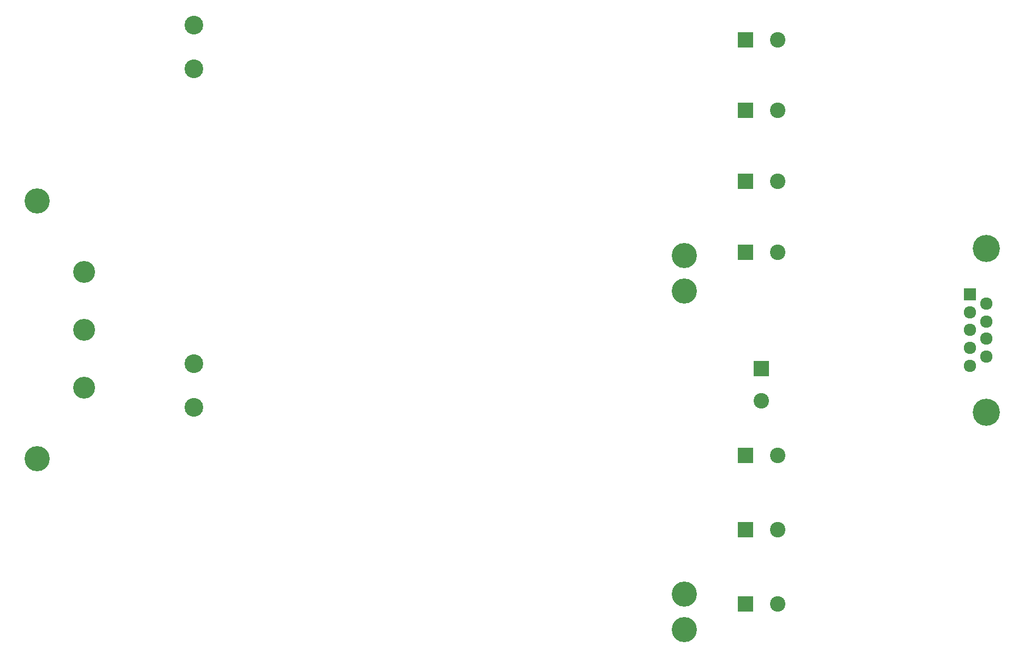
<source format=gbr>
G04 #@! TF.FileFunction,Soldermask,Top*
%FSLAX46Y46*%
G04 Gerber Fmt 4.6, Leading zero omitted, Abs format (unit mm)*
G04 Created by KiCad (PCBNEW 4.0.7) date 10/03/17 11:40:22*
%MOMM*%
%LPD*%
G01*
G04 APERTURE LIST*
%ADD10C,0.150000*%
%ADD11C,3.900000*%
%ADD12C,2.900000*%
%ADD13R,2.400000X2.400000*%
%ADD14C,2.400000*%
%ADD15C,4.210000*%
%ADD16R,1.920000X1.920000*%
%ADD17C,1.920000*%
%ADD18C,3.400000*%
G04 APERTURE END LIST*
D10*
D11*
X108060000Y-54000000D03*
D12*
X32060000Y-12750000D03*
X32060000Y-19500000D03*
D11*
X108060000Y-48500000D03*
D13*
X117500000Y-102500000D03*
D14*
X122500000Y-102500000D03*
D13*
X117500000Y-48000000D03*
D14*
X122500000Y-48000000D03*
D13*
X117500000Y-91000000D03*
D14*
X122500000Y-91000000D03*
D13*
X117500000Y-37000000D03*
D14*
X122500000Y-37000000D03*
D13*
X117500000Y-79500000D03*
D14*
X122500000Y-79500000D03*
D13*
X117500000Y-26000000D03*
D14*
X122500000Y-26000000D03*
D13*
X120000000Y-66000000D03*
D14*
X120000000Y-71000000D03*
D13*
X117500000Y-15000000D03*
D14*
X122500000Y-15000000D03*
D15*
X154840000Y-72790000D03*
X154840000Y-47390000D03*
D16*
X152300000Y-54500000D03*
D17*
X152300000Y-57290000D03*
X152300000Y-59960000D03*
X152300000Y-62760000D03*
X152300000Y-65550000D03*
X154840000Y-55900000D03*
X154840000Y-58690000D03*
X154840000Y-61360000D03*
X154840000Y-64150000D03*
D11*
X108060000Y-106500000D03*
D12*
X32060000Y-65250000D03*
X32060000Y-72000000D03*
D11*
X108060000Y-101000000D03*
X7700000Y-40000000D03*
D18*
X15000000Y-69000000D03*
X15000000Y-51000000D03*
X15000000Y-60000000D03*
D11*
X7700000Y-80000000D03*
M02*

</source>
